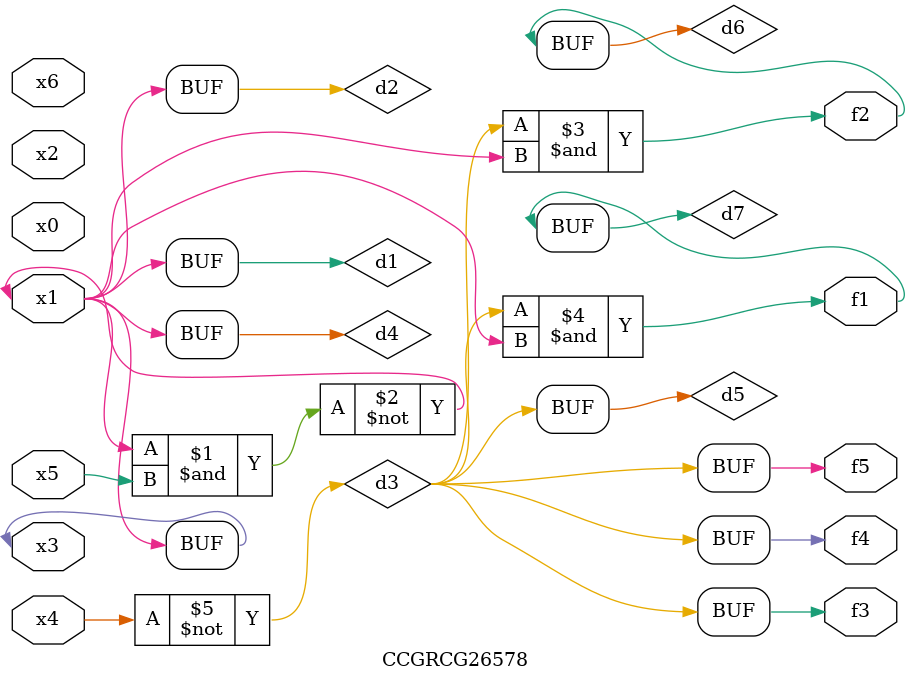
<source format=v>
module CCGRCG26578(
	input x0, x1, x2, x3, x4, x5, x6,
	output f1, f2, f3, f4, f5
);

	wire d1, d2, d3, d4, d5, d6, d7;

	buf (d1, x1, x3);
	nand (d2, x1, x5);
	not (d3, x4);
	buf (d4, d1, d2);
	buf (d5, d3);
	and (d6, d3, d4);
	and (d7, d3, d4);
	assign f1 = d7;
	assign f2 = d6;
	assign f3 = d5;
	assign f4 = d5;
	assign f5 = d5;
endmodule

</source>
